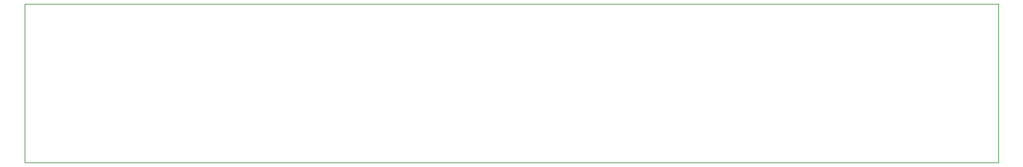
<source format=gbr>
%TF.GenerationSoftware,KiCad,Pcbnew,7.0.10*%
%TF.CreationDate,2024-06-02T15:41:47+02:00*%
%TF.ProjectId,eBoard_pcb,65426f61-7264-45f7-9063-622e6b696361,rev?*%
%TF.SameCoordinates,Original*%
%TF.FileFunction,Profile,NP*%
%FSLAX46Y46*%
G04 Gerber Fmt 4.6, Leading zero omitted, Abs format (unit mm)*
G04 Created by KiCad (PCBNEW 7.0.10) date 2024-06-02 15:41:47*
%MOMM*%
%LPD*%
G01*
G04 APERTURE LIST*
%TA.AperFunction,Profile*%
%ADD10C,0.100000*%
%TD*%
G04 APERTURE END LIST*
D10*
X104140000Y-56274912D02*
X231140000Y-56274912D01*
X231140000Y-77010978D01*
X104140000Y-77010978D01*
X104140000Y-56274912D01*
M02*

</source>
